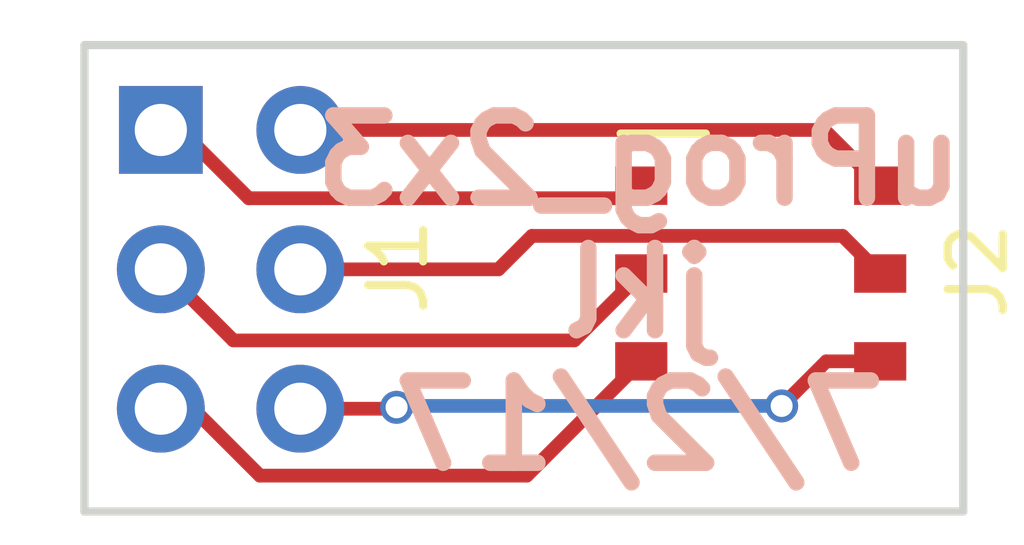
<source format=kicad_pcb>
(kicad_pcb (version 4) (host pcbnew 4.0.6-e0-6349~53~ubuntu16.04.1)

  (general
    (links 6)
    (no_connects 0)
    (area 104.3362 83.103866 123.3382 93.196733)
    (thickness 1.6)
    (drawings 5)
    (tracks 26)
    (zones 0)
    (modules 2)
    (nets 7)
  )

  (page A4)
  (layers
    (0 F.Cu signal)
    (31 B.Cu signal)
    (32 B.Adhes user)
    (33 F.Adhes user)
    (34 B.Paste user)
    (35 F.Paste user)
    (36 B.SilkS user)
    (37 F.SilkS user)
    (38 B.Mask user)
    (39 F.Mask user)
    (40 Dwgs.User user)
    (41 Cmts.User user)
    (42 Eco1.User user)
    (43 Eco2.User user)
    (44 Edge.Cuts user)
    (45 Margin user)
    (46 B.CrtYd user)
    (47 F.CrtYd user)
    (48 B.Fab user)
    (49 F.Fab user)
  )

  (setup
    (last_trace_width 0.25)
    (trace_clearance 0.2)
    (zone_clearance 0.508)
    (zone_45_only no)
    (trace_min 0.2)
    (segment_width 0.2)
    (edge_width 0.15)
    (via_size 0.6)
    (via_drill 0.4)
    (via_min_size 0.4)
    (via_min_drill 0.3)
    (uvia_size 0.3)
    (uvia_drill 0.1)
    (uvias_allowed no)
    (uvia_min_size 0.2)
    (uvia_min_drill 0.1)
    (pcb_text_width 0.3)
    (pcb_text_size 1.5 1.5)
    (mod_edge_width 0.15)
    (mod_text_size 1 1)
    (mod_text_width 0.15)
    (pad_size 1.524 1.524)
    (pad_drill 0.762)
    (pad_to_mask_clearance 0.2)
    (aux_axis_origin 0 0)
    (visible_elements FFFFFF1F)
    (pcbplotparams
      (layerselection 0x010f8_80000001)
      (usegerberextensions true)
      (excludeedgelayer true)
      (linewidth 0.100000)
      (plotframeref false)
      (viasonmask false)
      (mode 1)
      (useauxorigin false)
      (hpglpennumber 1)
      (hpglpenspeed 20)
      (hpglpendiameter 15)
      (hpglpenoverlay 2)
      (psnegative false)
      (psa4output false)
      (plotreference false)
      (plotvalue false)
      (plotinvisibletext false)
      (padsonsilk false)
      (subtractmaskfromsilk false)
      (outputformat 1)
      (mirror false)
      (drillshape 0)
      (scaleselection 1)
      (outputdirectory gerbers/))
  )

  (net 0 "")
  (net 1 /Reset)
  (net 2 /MOSI)
  (net 3 /Gnd)
  (net 4 /MISO)
  (net 5 /Vcc)
  (net 6 /Scl)

  (net_class Default "This is the default net class."
    (clearance 0.2)
    (trace_width 0.25)
    (via_dia 0.6)
    (via_drill 0.4)
    (uvia_dia 0.3)
    (uvia_drill 0.1)
    (add_net /Gnd)
    (add_net /MISO)
    (add_net /MOSI)
    (add_net /Reset)
    (add_net /Scl)
    (add_net /Vcc)
  )

  (module uProg_2x3:Conn_2x3_2.54mm (layer F.Cu) (tedit 5959BAFC) (tstamp 5959BB7A)
    (at 108.6612 88.0872 270)
    (path /5959719F)
    (fp_text reference J1 (at -0.05 -3.05 270) (layer F.SilkS)
      (effects (font (size 1 1) (thickness 0.15)))
    )
    (fp_text value CONN_01X06 (at 0.05 3.35 270) (layer F.Fab)
      (effects (font (size 1 1) (thickness 0.15)))
    )
    (pad 1 thru_hole rect (at -2.54 1.27 270) (size 1.6 1.524) (drill 0.95) (layers *.Cu *.Mask)
      (net 1 /Reset))
    (pad 2 thru_hole circle (at -2.54 -1.27 270) (size 1.6 1.6) (drill 0.95) (layers *.Cu *.Mask)
      (net 2 /MOSI))
    (pad 3 thru_hole circle (at 0 1.27 270) (size 1.6 1.6) (drill 0.95) (layers *.Cu *.Mask)
      (net 3 /Gnd))
    (pad 4 thru_hole circle (at 0 -1.27 270) (size 1.6 1.6) (drill 0.95) (layers *.Cu *.Mask)
      (net 4 /MISO))
    (pad 5 thru_hole circle (at 2.54 1.27 270) (size 1.6 1.6) (drill 0.95) (layers *.Cu *.Mask)
      (net 5 /Vcc))
    (pad 6 thru_hole circle (at 2.54 -1.27 270) (size 1.6 1.6) (drill 0.95) (layers *.Cu *.Mask)
      (net 6 /Scl))
  )

  (module uProg_2x3:Molex_2x3_Solder (layer F.Cu) (tedit 5959B9B4) (tstamp 5959BB89)
    (at 118.3132 88.1634 270)
    (path /5959720C)
    (fp_text reference J2 (at -0.05 -3.95 270) (layer F.SilkS)
      (effects (font (size 1 1) (thickness 0.15)))
    )
    (fp_text value CONN_01X06 (at 0 3.55 270) (layer F.Fab)
      (effects (font (size 1 1) (thickness 0.15)))
    )
    (fp_line (start -2.55 2.55) (end -2.55 1) (layer F.SilkS) (width 0.15))
    (fp_line (start -2.4 -2.5) (end 2.4 -2.5) (layer Dwgs.User) (width 0.15))
    (fp_line (start 2.4 -2.5) (end 2.4 2.5) (layer Dwgs.User) (width 0.15))
    (fp_line (start 2.4 2.5) (end -2.4 2.5) (layer Dwgs.User) (width 0.15))
    (fp_line (start -2.4 2.5) (end -2.4 -2.5) (layer Dwgs.User) (width 0.15))
    (pad 1 smd rect (at -1.6 2.175 270) (size 0.7 0.95) (layers F.Cu F.Paste F.Mask)
      (net 1 /Reset) (solder_mask_margin 0.01) (solder_paste_margin 0.01))
    (pad 2 smd rect (at -1.6 -2.175 270) (size 0.7 0.95) (layers F.Cu F.Paste F.Mask)
      (net 2 /MOSI) (solder_mask_margin 0.01) (solder_paste_margin 0.01))
    (pad 3 smd rect (at 0 2.175 270) (size 0.7 0.95) (layers F.Cu F.Paste F.Mask)
      (net 3 /Gnd) (solder_mask_margin 0.01) (solder_paste_margin 0.01))
    (pad 4 smd rect (at 0 -2.175 270) (size 0.7 0.95) (layers F.Cu F.Paste F.Mask)
      (net 4 /MISO) (solder_mask_margin 0.01) (solder_paste_margin 0.01))
    (pad 5 smd rect (at 1.6 2.175 270) (size 0.7 0.95) (layers F.Cu F.Paste F.Mask)
      (net 5 /Vcc) (solder_mask_margin 0.01) (solder_paste_margin 0.01))
    (pad 6 smd rect (at 1.6 -2.175 270) (size 0.7 0.95) (layers F.Cu F.Paste F.Mask)
      (net 6 /Scl) (solder_mask_margin 0.01) (solder_paste_margin 0.01))
  )

  (gr_text "uProg_2x3\njkl\n7/2/17" (at 116.1034 88.519) (layer B.SilkS)
    (effects (font (size 1.5 1.5) (thickness 0.3)) (justify mirror))
  )
  (gr_line (start 106 92.5) (end 106 84) (angle 90) (layer Edge.Cuts) (width 0.15))
  (gr_line (start 122 92.5) (end 106 92.5) (angle 90) (layer Edge.Cuts) (width 0.15))
  (gr_line (start 122 84) (end 122 92.5) (angle 90) (layer Edge.Cuts) (width 0.15))
  (gr_line (start 106 84) (end 122 84) (angle 90) (layer Edge.Cuts) (width 0.15))

  (segment (start 107.3912 85.5472) (end 107.7468 85.5472) (width 0.25) (layer F.Cu) (net 1))
  (segment (start 107.7468 85.5472) (end 108.9914 86.7918) (width 0.25) (layer F.Cu) (net 1) (tstamp 5959BDB8))
  (segment (start 108.9914 86.7918) (end 115.9098 86.7918) (width 0.25) (layer F.Cu) (net 1) (tstamp 5959BDBB))
  (segment (start 115.9098 86.7918) (end 116.1382 86.5634) (width 0.25) (layer F.Cu) (net 1) (tstamp 5959BDC4))
  (segment (start 109.9312 85.5472) (end 119.472 85.5472) (width 0.25) (layer F.Cu) (net 2))
  (segment (start 119.472 85.5472) (end 120.4882 86.5634) (width 0.25) (layer F.Cu) (net 2) (tstamp 5959BDAA))
  (segment (start 107.3912 88.0872) (end 107.4166 88.0872) (width 0.25) (layer F.Cu) (net 3))
  (segment (start 107.4166 88.0872) (end 108.712 89.3826) (width 0.25) (layer F.Cu) (net 3) (tstamp 5959BDEC))
  (segment (start 108.712 89.3826) (end 114.919 89.3826) (width 0.25) (layer F.Cu) (net 3) (tstamp 5959BDF0))
  (segment (start 114.919 89.3826) (end 116.1382 88.1634) (width 0.25) (layer F.Cu) (net 3) (tstamp 5959BDF7))
  (segment (start 109.9312 88.0872) (end 113.538 88.0872) (width 0.25) (layer F.Cu) (net 4))
  (segment (start 119.8024 87.4776) (end 120.4882 88.1634) (width 0.25) (layer F.Cu) (net 4) (tstamp 5959BDE7))
  (segment (start 114.1476 87.4776) (end 119.8024 87.4776) (width 0.25) (layer F.Cu) (net 4) (tstamp 5959BDD9))
  (segment (start 113.538 88.0872) (end 114.1476 87.4776) (width 0.25) (layer F.Cu) (net 4) (tstamp 5959BDD6))
  (segment (start 107.3912 90.6272) (end 107.9754 90.6272) (width 0.25) (layer F.Cu) (net 5))
  (segment (start 107.9754 90.6272) (end 109.1946 91.8464) (width 0.25) (layer F.Cu) (net 5) (tstamp 5959BE44))
  (segment (start 109.1946 91.8464) (end 114.0552 91.8464) (width 0.25) (layer F.Cu) (net 5) (tstamp 5959BE4A))
  (segment (start 114.0552 91.8464) (end 116.1382 89.7634) (width 0.25) (layer F.Cu) (net 5) (tstamp 5959BE53))
  (segment (start 109.9312 90.6272) (end 111.6584 90.6272) (width 0.25) (layer F.Cu) (net 6))
  (segment (start 119.5072 89.7634) (end 120.4882 89.7634) (width 0.25) (layer F.Cu) (net 6) (tstamp 5959BE41))
  (segment (start 118.6942 90.5764) (end 119.5072 89.7634) (width 0.25) (layer F.Cu) (net 6) (tstamp 5959BE40))
  (via (at 118.6942 90.5764) (size 0.6) (drill 0.4) (layers F.Cu B.Cu) (net 6))
  (segment (start 111.7092 90.5764) (end 118.6942 90.5764) (width 0.25) (layer B.Cu) (net 6) (tstamp 5959BE38))
  (segment (start 111.6838 90.6018) (end 111.7092 90.5764) (width 0.25) (layer B.Cu) (net 6) (tstamp 5959BE37))
  (via (at 111.6838 90.6018) (size 0.6) (drill 0.4) (layers F.Cu B.Cu) (net 6))
  (segment (start 111.6584 90.6272) (end 111.6838 90.6018) (width 0.25) (layer F.Cu) (net 6) (tstamp 5959BE2D))

)

</source>
